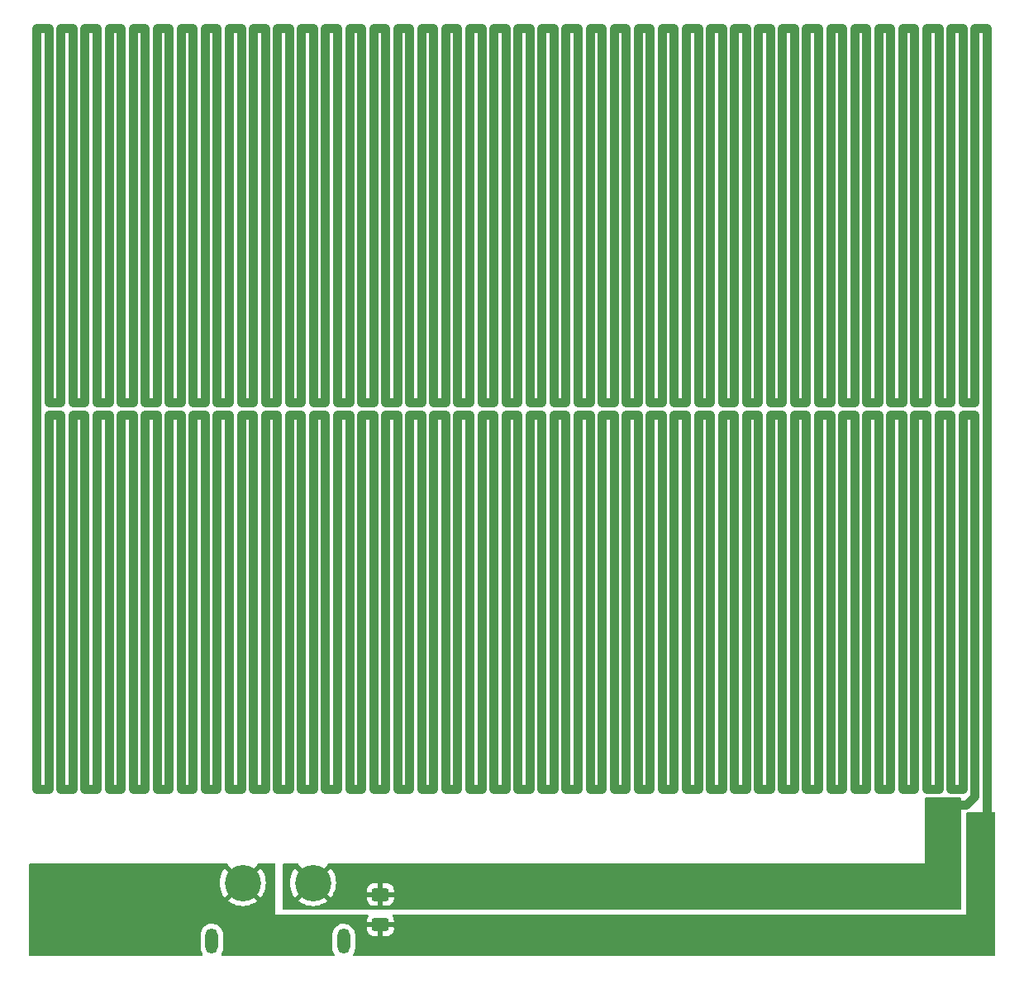
<source format=gbr>
%TF.GenerationSoftware,KiCad,Pcbnew,(6.0.4)*%
%TF.CreationDate,2022-12-15T09:53:27-05:00*%
%TF.ProjectId,HPheater,48506865-6174-4657-922e-6b696361645f,rev?*%
%TF.SameCoordinates,Original*%
%TF.FileFunction,Copper,L1,Top*%
%TF.FilePolarity,Positive*%
%FSLAX46Y46*%
G04 Gerber Fmt 4.6, Leading zero omitted, Abs format (unit mm)*
G04 Created by KiCad (PCBNEW (6.0.4)) date 2022-12-15 09:53:27*
%MOMM*%
%LPD*%
G01*
G04 APERTURE LIST*
G04 Aperture macros list*
%AMRoundRect*
0 Rectangle with rounded corners*
0 $1 Rounding radius*
0 $2 $3 $4 $5 $6 $7 $8 $9 X,Y pos of 4 corners*
0 Add a 4 corners polygon primitive as box body*
4,1,4,$2,$3,$4,$5,$6,$7,$8,$9,$2,$3,0*
0 Add four circle primitives for the rounded corners*
1,1,$1+$1,$2,$3*
1,1,$1+$1,$4,$5*
1,1,$1+$1,$6,$7*
1,1,$1+$1,$8,$9*
0 Add four rect primitives between the rounded corners*
20,1,$1+$1,$2,$3,$4,$5,0*
20,1,$1+$1,$4,$5,$6,$7,0*
20,1,$1+$1,$6,$7,$8,$9,0*
20,1,$1+$1,$8,$9,$2,$3,0*%
G04 Aperture macros list end*
%TA.AperFunction,ComponentPad*%
%ADD10C,3.716000*%
%TD*%
%TA.AperFunction,ComponentPad*%
%ADD11O,1.300000X2.600000*%
%TD*%
%TA.AperFunction,SMDPad,CuDef*%
%ADD12RoundRect,0.250000X0.625000X-0.400000X0.625000X0.400000X-0.625000X0.400000X-0.625000X-0.400000X0*%
%TD*%
%TA.AperFunction,Conductor*%
%ADD13C,0.949000*%
%TD*%
G04 APERTURE END LIST*
D10*
%TO.P,J1,1,Pin_1*%
%TO.N,Net-(J1-Pad1)*%
X191397500Y-111000000D03*
%TO.P,J1,2,Pin_2*%
%TO.N,Net-(J1-Pad2)*%
X198597500Y-111000000D03*
D11*
%TO.P,J1,S1*%
%TO.N,N/C*%
X188247500Y-117000000D03*
%TO.P,J1,S2*%
X201747500Y-117000000D03*
%TD*%
D12*
%TO.P,R1,1*%
%TO.N,Net-(J1-Pad1)*%
X205500000Y-115300000D03*
%TO.P,R1,2*%
%TO.N,Net-(J1-Pad2)*%
X205500000Y-112200000D03*
%TD*%
D13*
%TO.N,Net-(J1-Pad1)*%
X218325000Y-61759000D02*
X218325000Y-23375000D01*
X231877000Y-23375000D02*
X231877000Y-61759000D01*
X225717000Y-101375000D02*
X225717000Y-62991000D01*
X181365001Y-62991000D02*
X182597000Y-62991000D01*
X219557000Y-23375000D02*
X219557000Y-61759000D01*
X198613000Y-101375000D02*
X198613000Y-62991000D01*
X261445000Y-61759000D02*
X260213000Y-61759000D01*
X223253000Y-101375000D02*
X223253000Y-62991000D01*
X236805000Y-61759000D02*
X235573000Y-61759000D01*
X180133001Y-23375000D02*
X180133001Y-61759000D01*
X240501000Y-101375000D02*
X240501000Y-62991000D01*
X194917001Y-23375000D02*
X194917001Y-61759000D01*
X209701000Y-101375000D02*
X210933000Y-101375000D01*
X234341000Y-101375000D02*
X235573000Y-101375000D01*
X244197000Y-101375000D02*
X245429000Y-101375000D01*
X220789000Y-61759000D02*
X220789000Y-23375000D01*
X233109000Y-101375000D02*
X233109000Y-62991000D01*
X234341000Y-62991000D02*
X234341000Y-101375000D01*
X229413000Y-61759000D02*
X228181000Y-61759000D01*
X172741001Y-101375000D02*
X173973000Y-101375000D01*
X177669001Y-61759000D02*
X176437001Y-61759000D01*
X263909000Y-62991000D02*
X263909000Y-101375000D01*
X193685000Y-62991000D02*
X194917000Y-62991000D01*
X233109000Y-61759000D02*
X233109000Y-23375000D01*
X192453001Y-23375000D02*
X192453001Y-61759000D01*
X202309000Y-101375000D02*
X203541000Y-101375000D01*
X235573000Y-23375000D02*
X234341000Y-23375000D01*
X209701000Y-61759000D02*
X208469000Y-61759000D01*
X209701000Y-23375000D02*
X209701000Y-61759000D01*
X177669001Y-101375000D02*
X178901001Y-101375000D01*
X197381000Y-62991000D02*
X197381000Y-101375000D01*
X250357000Y-101375000D02*
X250357000Y-62991000D01*
X173973001Y-61759000D02*
X173973001Y-23375000D01*
X255285000Y-101375000D02*
X255285000Y-62991000D01*
X178901001Y-61759000D02*
X178901001Y-23375000D01*
X194917000Y-101375000D02*
X196149000Y-101375000D01*
X219557000Y-101375000D02*
X220789000Y-101375000D01*
X239269000Y-23375000D02*
X239269000Y-61759000D01*
X251589000Y-62991000D02*
X251589000Y-101375000D01*
X249125000Y-62991000D02*
X249125000Y-101375000D01*
X223253000Y-62991000D02*
X224485000Y-62991000D01*
X236805000Y-23375000D02*
X236805000Y-61759000D01*
X193685001Y-23375000D02*
X192453001Y-23375000D01*
X218325000Y-62991000D02*
X219557000Y-62991000D01*
X192453000Y-62991000D02*
X192453000Y-101375000D01*
X219557000Y-62991000D02*
X219557000Y-101375000D01*
X187525001Y-23375000D02*
X187525001Y-61759000D01*
X182597000Y-101375000D02*
X183829000Y-101375000D01*
X236805000Y-62991000D02*
X236805000Y-101375000D01*
X207237000Y-62991000D02*
X207237000Y-101375000D01*
X203541000Y-61759000D02*
X203541000Y-23375000D01*
X265141000Y-62991000D02*
X266373000Y-62991000D01*
X187525000Y-62991000D02*
X187525000Y-101375000D01*
X257749000Y-23375000D02*
X256517000Y-23375000D01*
X212165000Y-61759000D02*
X210933000Y-61759000D01*
X201077000Y-61759000D02*
X201077000Y-23375000D01*
X199845000Y-101375000D02*
X201077000Y-101375000D01*
X189989000Y-101375000D02*
X191221000Y-101375000D01*
X180133001Y-61759000D02*
X178901001Y-61759000D01*
X208469000Y-62991000D02*
X209701000Y-62991000D01*
X212165000Y-62991000D02*
X212165000Y-101375000D01*
X176437001Y-23375000D02*
X175205001Y-23375000D01*
X263909000Y-101375000D02*
X265141000Y-101375000D01*
X228181000Y-62991000D02*
X229413000Y-62991000D01*
X191221000Y-62991000D02*
X192453000Y-62991000D01*
X188757000Y-62991000D02*
X189989000Y-62991000D01*
X187525001Y-61759000D02*
X186293001Y-61759000D01*
X265141000Y-61759000D02*
X265141000Y-23375000D01*
X176437001Y-62991000D02*
X177669001Y-62991000D01*
X238037000Y-23375000D02*
X236805000Y-23375000D01*
X246661000Y-23375000D02*
X246661000Y-61759000D01*
X247893000Y-101375000D02*
X247893000Y-62991000D01*
X172741001Y-61759000D02*
X171509001Y-61759000D01*
X189989001Y-61759000D02*
X188757001Y-61759000D01*
X258981000Y-101375000D02*
X260213000Y-101375000D01*
X249125000Y-61759000D02*
X247893000Y-61759000D01*
X224485000Y-62991000D02*
X224485000Y-101375000D01*
X203541000Y-62991000D02*
X204773000Y-62991000D01*
X260213000Y-61759000D02*
X260213000Y-23375000D01*
X170277001Y-23375000D02*
X170277001Y-101375000D01*
X215861000Y-101375000D02*
X215861000Y-62991000D01*
X235573000Y-101375000D02*
X235573000Y-62991000D01*
X256517000Y-62991000D02*
X256517000Y-101375000D01*
X173973001Y-23375000D02*
X172741001Y-23375000D01*
X176437001Y-61759000D02*
X176437001Y-23375000D01*
X217093000Y-62991000D02*
X217093000Y-101375000D01*
X245429000Y-61759000D02*
X245429000Y-23375000D01*
X222021000Y-62991000D02*
X222021000Y-101375000D01*
X223253000Y-23375000D02*
X222021000Y-23375000D01*
X230645000Y-101375000D02*
X230645000Y-62991000D01*
X251589000Y-23375000D02*
X251589000Y-61759000D01*
X181365001Y-61759000D02*
X181365001Y-23375000D01*
X188757001Y-23375000D02*
X187525001Y-23375000D01*
X207237000Y-101375000D02*
X208469000Y-101375000D01*
X226949000Y-101375000D02*
X228181000Y-101375000D01*
X228181000Y-61759000D02*
X228181000Y-23375000D01*
X256517000Y-101375000D02*
X257749000Y-101375000D01*
X235573000Y-61759000D02*
X235573000Y-23375000D01*
X171509001Y-62991000D02*
X172741001Y-62991000D01*
X252821000Y-101375000D02*
X252821000Y-62991000D01*
X206005000Y-62991000D02*
X207237000Y-62991000D01*
X249125000Y-101375000D02*
X250357000Y-101375000D01*
X215861000Y-62991000D02*
X217093000Y-62991000D01*
X177669001Y-62991000D02*
X177669001Y-101375000D01*
X214629000Y-101375000D02*
X215861000Y-101375000D01*
X204773000Y-101375000D02*
X206005000Y-101375000D01*
X191221000Y-101375000D02*
X191221000Y-62991000D01*
X236805000Y-101375000D02*
X238037000Y-101375000D01*
X252821000Y-23375000D02*
X251589000Y-23375000D01*
X214629000Y-23375000D02*
X214629000Y-61759000D01*
X172741001Y-62991000D02*
X172741001Y-101375000D01*
X255285000Y-61759000D02*
X255285000Y-23375000D01*
X240501000Y-61759000D02*
X240501000Y-23375000D01*
X265141000Y-23375000D02*
X263909000Y-23375000D01*
X214629000Y-62991000D02*
X214629000Y-101375000D01*
X233109000Y-62991000D02*
X234341000Y-62991000D01*
X220789000Y-23375000D02*
X219557000Y-23375000D01*
X257749000Y-61759000D02*
X257749000Y-23375000D01*
X242965000Y-101375000D02*
X242965000Y-62991000D01*
X245429000Y-23375000D02*
X244197000Y-23375000D01*
X206005000Y-23375000D02*
X204773000Y-23375000D01*
X240501000Y-62991000D02*
X241733000Y-62991000D01*
X241733000Y-101375000D02*
X242965000Y-101375000D01*
X194917000Y-62991000D02*
X194917000Y-101375000D01*
X196149000Y-101375000D02*
X196149000Y-62991000D01*
X187525000Y-101375000D02*
X188757000Y-101375000D01*
X182597001Y-61759000D02*
X181365001Y-61759000D01*
X202309000Y-23375000D02*
X202309000Y-61759000D01*
X228181000Y-101375000D02*
X228181000Y-62991000D01*
X258981000Y-61759000D02*
X257749000Y-61759000D01*
X225717000Y-62991000D02*
X226949000Y-62991000D01*
X245429000Y-62991000D02*
X246661000Y-62991000D01*
X188757000Y-101375000D02*
X188757000Y-62991000D01*
X239269000Y-61759000D02*
X238037000Y-61759000D01*
X257749000Y-62991000D02*
X258981000Y-62991000D01*
X263909000Y-61759000D02*
X262677000Y-61759000D01*
X262677000Y-23375000D02*
X261445000Y-23375000D01*
X229413000Y-62991000D02*
X229413000Y-101375000D01*
X210933000Y-101375000D02*
X210933000Y-62991000D01*
X208469000Y-61759000D02*
X208469000Y-23375000D01*
X186293001Y-61759000D02*
X186293001Y-23375000D01*
X239269000Y-101375000D02*
X240501000Y-101375000D01*
X199845000Y-62991000D02*
X199845000Y-101375000D01*
X177669001Y-23375000D02*
X177669001Y-61759000D01*
X250357000Y-62991000D02*
X251589000Y-62991000D01*
X217093000Y-101375000D02*
X218325000Y-101375000D01*
X207237000Y-61759000D02*
X206005000Y-61759000D01*
X189989000Y-62991000D02*
X189989000Y-101375000D01*
X202309000Y-62991000D02*
X202309000Y-101375000D01*
X230645000Y-62991000D02*
X231877000Y-62991000D01*
X256517000Y-61759000D02*
X255285000Y-61759000D01*
X223253000Y-61759000D02*
X223253000Y-23375000D01*
X218325000Y-23375000D02*
X217093000Y-23375000D01*
X241733000Y-62991000D02*
X241733000Y-101375000D01*
X172741001Y-23375000D02*
X172741001Y-61759000D01*
X230645000Y-61759000D02*
X230645000Y-23375000D01*
X261445000Y-101375000D02*
X262677000Y-101375000D01*
X266373000Y-61759000D02*
X265141000Y-61759000D01*
X233109000Y-23375000D02*
X231877000Y-23375000D01*
X219557000Y-61759000D02*
X218325000Y-61759000D01*
X203541000Y-101375000D02*
X203541000Y-62991000D01*
X203541000Y-23375000D02*
X202309000Y-23375000D01*
X183829001Y-61759000D02*
X183829001Y-23375000D01*
X208469000Y-23375000D02*
X207237000Y-23375000D01*
X229413000Y-23375000D02*
X229413000Y-61759000D01*
X214629000Y-61759000D02*
X213397000Y-61759000D01*
X260213000Y-101375000D02*
X260213000Y-62991000D01*
X186293000Y-101375000D02*
X186293000Y-62991000D01*
X258981000Y-62991000D02*
X258981000Y-101375000D01*
X220789000Y-101375000D02*
X220789000Y-62991000D01*
X254053000Y-61759000D02*
X252821000Y-61759000D01*
X204773000Y-62991000D02*
X204773000Y-101375000D01*
X171509001Y-101375000D02*
X171509001Y-62991000D01*
X173973000Y-62991000D02*
X175205001Y-62991000D01*
X267605000Y-104395000D02*
X267605000Y-23375000D01*
X244197000Y-62991000D02*
X244197000Y-101375000D01*
X192453000Y-101375000D02*
X193685000Y-101375000D01*
X240501000Y-23375000D02*
X239269000Y-23375000D01*
X201077000Y-101375000D02*
X201077000Y-62991000D01*
X246661000Y-61759000D02*
X245429000Y-61759000D01*
X182597000Y-62991000D02*
X182597000Y-101375000D01*
X262677000Y-61759000D02*
X262677000Y-23375000D01*
X185061000Y-101375000D02*
X186293000Y-101375000D01*
X222021000Y-23375000D02*
X222021000Y-61759000D01*
X267605000Y-23375000D02*
X266373000Y-23375000D01*
X229413000Y-101375000D02*
X230645000Y-101375000D01*
X217093000Y-23375000D02*
X217093000Y-61759000D01*
X175205001Y-101375000D02*
X176437001Y-101375000D01*
X202309000Y-61759000D02*
X201077000Y-61759000D01*
X173973000Y-101375000D02*
X173973000Y-62991000D01*
X262677000Y-62991000D02*
X263909000Y-62991000D01*
X251589000Y-101375000D02*
X252821000Y-101375000D01*
X234341000Y-23375000D02*
X234341000Y-61759000D01*
X181365001Y-23375000D02*
X180133001Y-23375000D01*
X238037000Y-101375000D02*
X238037000Y-62991000D01*
X183829000Y-62991000D02*
X185061000Y-62991000D01*
X260213000Y-23375000D02*
X258981000Y-23375000D01*
X180133001Y-101375000D02*
X181365001Y-101375000D01*
X242965000Y-61759000D02*
X242965000Y-23375000D01*
X198613000Y-62991000D02*
X199845000Y-62991000D01*
X255285000Y-62991000D02*
X256517000Y-62991000D01*
X171509001Y-61759000D02*
X171509001Y-23375000D01*
X224485000Y-23375000D02*
X224485000Y-61759000D01*
X210933000Y-23375000D02*
X209701000Y-23375000D01*
X175205001Y-23375000D02*
X175205001Y-61759000D01*
X266373000Y-102127000D02*
X265500000Y-103000000D01*
X212165000Y-101375000D02*
X213397000Y-101375000D01*
X198613001Y-61759000D02*
X198613001Y-23375000D01*
X258981000Y-23375000D02*
X258981000Y-61759000D01*
X245429000Y-101375000D02*
X245429000Y-62991000D01*
X247893000Y-62991000D02*
X249125000Y-62991000D01*
X199845000Y-23375000D02*
X199845000Y-61759000D01*
X201077000Y-62991000D02*
X202309000Y-62991000D01*
X180133001Y-62991000D02*
X180133001Y-101375000D01*
X262677000Y-101375000D02*
X262677000Y-62991000D01*
X175205001Y-61759000D02*
X173973001Y-61759000D01*
X213397000Y-101375000D02*
X213397000Y-62991000D01*
X231877000Y-101375000D02*
X233109000Y-101375000D01*
X246661000Y-62991000D02*
X246661000Y-101375000D01*
X207237000Y-23375000D02*
X207237000Y-61759000D01*
X257749000Y-101375000D02*
X257749000Y-62991000D01*
X247893000Y-23375000D02*
X246661000Y-23375000D01*
X196149000Y-62991000D02*
X197381000Y-62991000D01*
X244197000Y-23375000D02*
X244197000Y-61759000D01*
X222021000Y-61759000D02*
X220789000Y-61759000D01*
X197381000Y-101375000D02*
X198613000Y-101375000D01*
X185061001Y-61759000D02*
X183829001Y-61759000D01*
X226949000Y-62991000D02*
X226949000Y-101375000D01*
X189989001Y-23375000D02*
X189989001Y-61759000D01*
X192453001Y-61759000D02*
X191221001Y-61759000D01*
X197381001Y-23375000D02*
X197381001Y-61759000D01*
X199845000Y-61759000D02*
X198613001Y-61759000D01*
X254053000Y-23375000D02*
X254053000Y-61759000D01*
X260213000Y-62991000D02*
X261445000Y-62991000D01*
X226949000Y-61759000D02*
X225717000Y-61759000D01*
X242965000Y-62991000D02*
X244197000Y-62991000D01*
X247893000Y-61759000D02*
X247893000Y-23375000D01*
X178901001Y-23375000D02*
X177669001Y-23375000D01*
X213397000Y-23375000D02*
X212165000Y-23375000D01*
X217093000Y-61759000D02*
X215861000Y-61759000D01*
X254053000Y-62991000D02*
X254053000Y-101375000D01*
X194917001Y-61759000D02*
X193685001Y-61759000D01*
X241733000Y-23375000D02*
X241733000Y-61759000D01*
X191221001Y-61759000D02*
X191221001Y-23375000D01*
X265500000Y-103000000D02*
X264000000Y-103000000D01*
X244197000Y-61759000D02*
X242965000Y-61759000D01*
X220789000Y-62991000D02*
X222021000Y-62991000D01*
X228181000Y-23375000D02*
X226949000Y-23375000D01*
X252821000Y-62991000D02*
X254053000Y-62991000D01*
X250357000Y-61759000D02*
X250357000Y-23375000D01*
X252821000Y-61759000D02*
X252821000Y-23375000D01*
X183829000Y-101375000D02*
X183829000Y-62991000D01*
X198613001Y-23375000D02*
X197381001Y-23375000D01*
X256517000Y-23375000D02*
X256517000Y-61759000D01*
X225717000Y-23375000D02*
X224485000Y-23375000D01*
X206005000Y-61759000D02*
X206005000Y-23375000D01*
X254053000Y-101375000D02*
X255285000Y-101375000D01*
X176437001Y-101375000D02*
X176437001Y-62991000D01*
X170277001Y-101375000D02*
X171509001Y-101375000D01*
X231877000Y-62991000D02*
X231877000Y-101375000D01*
X234341000Y-61759000D02*
X233109000Y-61759000D01*
X178901001Y-101375000D02*
X178901001Y-62991000D01*
X175205001Y-62991000D02*
X175205001Y-101375000D01*
X209701000Y-62991000D02*
X209701000Y-101375000D01*
X210933000Y-62991000D02*
X212165000Y-62991000D01*
X183829001Y-23375000D02*
X182597001Y-23375000D01*
X210933000Y-61759000D02*
X210933000Y-23375000D01*
X222021000Y-101375000D02*
X223253000Y-101375000D01*
X181365001Y-101375000D02*
X181365001Y-62991000D01*
X265141000Y-101375000D02*
X265141000Y-62991000D01*
X185061001Y-23375000D02*
X185061001Y-61759000D01*
X186293000Y-62991000D02*
X187525000Y-62991000D01*
X204773000Y-23375000D02*
X204773000Y-61759000D01*
X186293001Y-23375000D02*
X185061001Y-23375000D01*
X266373000Y-23375000D02*
X266373000Y-61759000D01*
X193685000Y-101375000D02*
X193685000Y-62991000D01*
X241733000Y-61759000D02*
X240501000Y-61759000D01*
X213397000Y-62991000D02*
X214629000Y-62991000D01*
X224485000Y-61759000D02*
X223253000Y-61759000D01*
X263909000Y-23375000D02*
X263909000Y-61759000D01*
X226949000Y-23375000D02*
X226949000Y-61759000D01*
X178901001Y-62991000D02*
X180133001Y-62991000D01*
X201077000Y-23375000D02*
X199845000Y-23375000D01*
X250357000Y-23375000D02*
X249125000Y-23375000D01*
X197381001Y-61759000D02*
X196149001Y-61759000D01*
X230645000Y-23375000D02*
X229413000Y-23375000D01*
X218325000Y-101375000D02*
X218325000Y-62991000D01*
X255285000Y-23375000D02*
X254053000Y-23375000D01*
X231877000Y-61759000D02*
X230645000Y-61759000D01*
X242965000Y-23375000D02*
X241733000Y-23375000D01*
X193685001Y-61759000D02*
X193685001Y-23375000D01*
X239269000Y-62991000D02*
X239269000Y-101375000D01*
X235573000Y-62991000D02*
X236805000Y-62991000D01*
X196149001Y-23375000D02*
X194917001Y-23375000D01*
X212165000Y-23375000D02*
X212165000Y-61759000D01*
X196149001Y-61759000D02*
X196149001Y-23375000D01*
X191221001Y-23375000D02*
X189989001Y-23375000D01*
X251589000Y-61759000D02*
X250357000Y-61759000D01*
X215861000Y-23375000D02*
X214629000Y-23375000D01*
X204773000Y-61759000D02*
X203541000Y-61759000D01*
X249125000Y-23375000D02*
X249125000Y-61759000D01*
X225717000Y-61759000D02*
X225717000Y-23375000D01*
X261445000Y-62991000D02*
X261445000Y-101375000D01*
X266373000Y-62991000D02*
X266373000Y-102127000D01*
X206005000Y-101375000D02*
X206005000Y-62991000D01*
X213397000Y-61759000D02*
X213397000Y-23375000D01*
X238037000Y-62991000D02*
X239269000Y-62991000D01*
X215861000Y-61759000D02*
X215861000Y-23375000D01*
X182597001Y-23375000D02*
X182597001Y-61759000D01*
X246661000Y-101375000D02*
X247893000Y-101375000D01*
X224485000Y-101375000D02*
X225717000Y-101375000D01*
X185061000Y-62991000D02*
X185061000Y-101375000D01*
X208469000Y-101375000D02*
X208469000Y-62991000D01*
X238037000Y-61759000D02*
X238037000Y-23375000D01*
X171509001Y-23375000D02*
X170277001Y-23375000D01*
X188757001Y-61759000D02*
X188757001Y-23375000D01*
X261445000Y-23375000D02*
X261445000Y-61759000D01*
%TD*%
%TA.AperFunction,Conductor*%
%TO.N,Net-(J1-Pad2)*%
G36*
X264942121Y-102270002D02*
G01*
X264988614Y-102323658D01*
X265000000Y-102376000D01*
X265000000Y-109250000D01*
X261250000Y-109250000D01*
X261250000Y-102376000D01*
X261270002Y-102307879D01*
X261323658Y-102261386D01*
X261376000Y-102250000D01*
X264874000Y-102250000D01*
X264942121Y-102270002D01*
G37*
%TD.AperFunction*%
%TD*%
%TA.AperFunction,Conductor*%
%TO.N,Net-(J1-Pad2)*%
G36*
X265000000Y-113624000D02*
G01*
X264979998Y-113692121D01*
X264926342Y-113738614D01*
X264874000Y-113750000D01*
X195626000Y-113750000D01*
X195557879Y-113729998D01*
X195511386Y-113676342D01*
X195500000Y-113624000D01*
X195500000Y-112845387D01*
X197117570Y-112845387D01*
X197124028Y-112854747D01*
X197150988Y-112878391D01*
X197157503Y-112883389D01*
X197408528Y-113051119D01*
X197415665Y-113055240D01*
X197686430Y-113188766D01*
X197694034Y-113191916D01*
X197979913Y-113288959D01*
X197987865Y-113291090D01*
X198283969Y-113349988D01*
X198292127Y-113351062D01*
X198593381Y-113370807D01*
X198601619Y-113370807D01*
X198902873Y-113351062D01*
X198911031Y-113349988D01*
X199207135Y-113291090D01*
X199215087Y-113288959D01*
X199500966Y-113191916D01*
X199508570Y-113188766D01*
X199779335Y-113055240D01*
X199786472Y-113051119D01*
X200037497Y-112883389D01*
X200044012Y-112878391D01*
X200069109Y-112856381D01*
X200077504Y-112843146D01*
X200071669Y-112833379D01*
X199885385Y-112647095D01*
X204117001Y-112647095D01*
X204117338Y-112653614D01*
X204127257Y-112749206D01*
X204130149Y-112762600D01*
X204181588Y-112916784D01*
X204187761Y-112929962D01*
X204273063Y-113067807D01*
X204282099Y-113079208D01*
X204396829Y-113193739D01*
X204408240Y-113202751D01*
X204546243Y-113287816D01*
X204559424Y-113293963D01*
X204713710Y-113345138D01*
X204727086Y-113348005D01*
X204821438Y-113357672D01*
X204827854Y-113358000D01*
X205227885Y-113358000D01*
X205243124Y-113353525D01*
X205244329Y-113352135D01*
X205246000Y-113344452D01*
X205246000Y-113339884D01*
X205754000Y-113339884D01*
X205758475Y-113355123D01*
X205759865Y-113356328D01*
X205767548Y-113357999D01*
X206172095Y-113357999D01*
X206178614Y-113357662D01*
X206274206Y-113347743D01*
X206287600Y-113344851D01*
X206441784Y-113293412D01*
X206454962Y-113287239D01*
X206592807Y-113201937D01*
X206604208Y-113192901D01*
X206718739Y-113078171D01*
X206727751Y-113066760D01*
X206812816Y-112928757D01*
X206818963Y-112915576D01*
X206870138Y-112761290D01*
X206873005Y-112747914D01*
X206882672Y-112653562D01*
X206883000Y-112647146D01*
X206883000Y-112472115D01*
X206878525Y-112456876D01*
X206877135Y-112455671D01*
X206869452Y-112454000D01*
X205772115Y-112454000D01*
X205756876Y-112458475D01*
X205755671Y-112459865D01*
X205754000Y-112467548D01*
X205754000Y-113339884D01*
X205246000Y-113339884D01*
X205246000Y-112472115D01*
X205241525Y-112456876D01*
X205240135Y-112455671D01*
X205232452Y-112454000D01*
X204135116Y-112454000D01*
X204119877Y-112458475D01*
X204118672Y-112459865D01*
X204117001Y-112467548D01*
X204117001Y-112647095D01*
X199885385Y-112647095D01*
X198610312Y-111372022D01*
X198596368Y-111364408D01*
X198594535Y-111364539D01*
X198587920Y-111368790D01*
X197125084Y-112831626D01*
X197117570Y-112845387D01*
X195500000Y-112845387D01*
X195500000Y-111004119D01*
X196226693Y-111004119D01*
X196246438Y-111305373D01*
X196247512Y-111313531D01*
X196306410Y-111609635D01*
X196308541Y-111617587D01*
X196405581Y-111903457D01*
X196408736Y-111911076D01*
X196542261Y-112181835D01*
X196546382Y-112188973D01*
X196714111Y-112439997D01*
X196719109Y-112446512D01*
X196741119Y-112471609D01*
X196754354Y-112480004D01*
X196764121Y-112474169D01*
X198225478Y-111012812D01*
X198231856Y-111001132D01*
X198961908Y-111001132D01*
X198962039Y-111002965D01*
X198966290Y-111009580D01*
X200429126Y-112472416D01*
X200442887Y-112479930D01*
X200452247Y-112473472D01*
X200475891Y-112446512D01*
X200480889Y-112439997D01*
X200648618Y-112188973D01*
X200652739Y-112181835D01*
X200777975Y-111927885D01*
X204117000Y-111927885D01*
X204121475Y-111943124D01*
X204122865Y-111944329D01*
X204130548Y-111946000D01*
X205227885Y-111946000D01*
X205243124Y-111941525D01*
X205244329Y-111940135D01*
X205246000Y-111932452D01*
X205246000Y-111927885D01*
X205754000Y-111927885D01*
X205758475Y-111943124D01*
X205759865Y-111944329D01*
X205767548Y-111946000D01*
X206864884Y-111946000D01*
X206880123Y-111941525D01*
X206881328Y-111940135D01*
X206882999Y-111932452D01*
X206882999Y-111752905D01*
X206882662Y-111746386D01*
X206872743Y-111650794D01*
X206869851Y-111637400D01*
X206818412Y-111483216D01*
X206812239Y-111470038D01*
X206726937Y-111332193D01*
X206717901Y-111320792D01*
X206603171Y-111206261D01*
X206591760Y-111197249D01*
X206453757Y-111112184D01*
X206440576Y-111106037D01*
X206286290Y-111054862D01*
X206272914Y-111051995D01*
X206178562Y-111042328D01*
X206172145Y-111042000D01*
X205772115Y-111042000D01*
X205756876Y-111046475D01*
X205755671Y-111047865D01*
X205754000Y-111055548D01*
X205754000Y-111927885D01*
X205246000Y-111927885D01*
X205246000Y-111060116D01*
X205241525Y-111044877D01*
X205240135Y-111043672D01*
X205232452Y-111042001D01*
X204827905Y-111042001D01*
X204821386Y-111042338D01*
X204725794Y-111052257D01*
X204712400Y-111055149D01*
X204558216Y-111106588D01*
X204545038Y-111112761D01*
X204407193Y-111198063D01*
X204395792Y-111207099D01*
X204281261Y-111321829D01*
X204272249Y-111333240D01*
X204187184Y-111471243D01*
X204181037Y-111484424D01*
X204129862Y-111638710D01*
X204126995Y-111652086D01*
X204117328Y-111746438D01*
X204117000Y-111752855D01*
X204117000Y-111927885D01*
X200777975Y-111927885D01*
X200786264Y-111911076D01*
X200789419Y-111903457D01*
X200886459Y-111617587D01*
X200888590Y-111609635D01*
X200947488Y-111313531D01*
X200948562Y-111305373D01*
X200968307Y-111004119D01*
X200968307Y-110995881D01*
X200948562Y-110694627D01*
X200947488Y-110686469D01*
X200888590Y-110390365D01*
X200886459Y-110382413D01*
X200789419Y-110096543D01*
X200786264Y-110088924D01*
X200652739Y-109818165D01*
X200648618Y-109811027D01*
X200480889Y-109560003D01*
X200475891Y-109553488D01*
X200453881Y-109528391D01*
X200440646Y-109519996D01*
X200430879Y-109525831D01*
X198969522Y-110987188D01*
X198961908Y-111001132D01*
X198231856Y-111001132D01*
X198233092Y-110998868D01*
X198232961Y-110997035D01*
X198228710Y-110990420D01*
X196765874Y-109527584D01*
X196752113Y-109520070D01*
X196742753Y-109526528D01*
X196719109Y-109553488D01*
X196714111Y-109560003D01*
X196546382Y-109811027D01*
X196542261Y-109818165D01*
X196408736Y-110088924D01*
X196405581Y-110096543D01*
X196308541Y-110382413D01*
X196306410Y-110390365D01*
X196247512Y-110686469D01*
X196246438Y-110694627D01*
X196226693Y-110995881D01*
X196226693Y-111004119D01*
X195500000Y-111004119D01*
X195500000Y-109134500D01*
X195520002Y-109066379D01*
X195573658Y-109019886D01*
X195626000Y-109008500D01*
X196991249Y-109008500D01*
X197059370Y-109028502D01*
X197105863Y-109082158D01*
X197117247Y-109133752D01*
X197117383Y-109156664D01*
X197123331Y-109166621D01*
X198584688Y-110627978D01*
X198598632Y-110635592D01*
X198600465Y-110635461D01*
X198607080Y-110631210D01*
X200069916Y-109168374D01*
X200077531Y-109154430D01*
X200076748Y-109143489D01*
X200091839Y-109074115D01*
X200142041Y-109023913D01*
X200202427Y-109008500D01*
X258946750Y-109008500D01*
X258967655Y-109010246D01*
X258982656Y-109012770D01*
X258982659Y-109012770D01*
X258987448Y-109013576D01*
X258993525Y-109013650D01*
X258995135Y-109013670D01*
X258995139Y-109013670D01*
X259000000Y-109013729D01*
X259006463Y-109012804D01*
X259015721Y-109011826D01*
X259151794Y-109002518D01*
X259184309Y-109000294D01*
X259192907Y-109000000D01*
X265000000Y-109000000D01*
X265000000Y-113624000D01*
G37*
%TD.AperFunction*%
%TD*%
%TA.AperFunction,Conductor*%
%TO.N,Net-(J1-Pad1)*%
G36*
X189859370Y-109028502D02*
G01*
X189905863Y-109082158D01*
X189917247Y-109133752D01*
X189917383Y-109156664D01*
X189923331Y-109166621D01*
X191384688Y-110627978D01*
X191398632Y-110635592D01*
X191400465Y-110635461D01*
X191407080Y-110631210D01*
X192869916Y-109168374D01*
X192877531Y-109154430D01*
X192876748Y-109143489D01*
X192891839Y-109074115D01*
X192942041Y-109023913D01*
X193002427Y-109008500D01*
X194624000Y-109008500D01*
X194692121Y-109028502D01*
X194738614Y-109082158D01*
X194750000Y-109134500D01*
X194750000Y-118491500D01*
X189319195Y-118491500D01*
X189251074Y-118471498D01*
X189204581Y-118417842D01*
X189194477Y-118347568D01*
X189217575Y-118293722D01*
X189216539Y-118293049D01*
X189219686Y-118288203D01*
X189223262Y-118283667D01*
X189239541Y-118252727D01*
X189319707Y-118100356D01*
X189322400Y-118095238D01*
X189331185Y-118066948D01*
X189383824Y-117897421D01*
X189385539Y-117891898D01*
X189406000Y-117719018D01*
X189406000Y-116295987D01*
X189391481Y-116137976D01*
X189333686Y-115933052D01*
X189239515Y-115742092D01*
X189112122Y-115571491D01*
X188955771Y-115426963D01*
X188775701Y-115313347D01*
X188577941Y-115234449D01*
X188572281Y-115233323D01*
X188572277Y-115233322D01*
X188374782Y-115194038D01*
X188374780Y-115194038D01*
X188369115Y-115192911D01*
X188363340Y-115192835D01*
X188363336Y-115192835D01*
X188256661Y-115191439D01*
X188156216Y-115190124D01*
X188150519Y-115191103D01*
X188150518Y-115191103D01*
X187952064Y-115225203D01*
X187952061Y-115225204D01*
X187946374Y-115226181D01*
X187746616Y-115299875D01*
X187563634Y-115408739D01*
X187403554Y-115549125D01*
X187271738Y-115716333D01*
X187269049Y-115721444D01*
X187269047Y-115721447D01*
X187214585Y-115824961D01*
X187172600Y-115904762D01*
X187170886Y-115910283D01*
X187170884Y-115910287D01*
X187117994Y-116080623D01*
X187109461Y-116108102D01*
X187089000Y-116280982D01*
X187089000Y-117704013D01*
X187103519Y-117862024D01*
X187161314Y-118066948D01*
X187255485Y-118257908D01*
X187258939Y-118262534D01*
X187258940Y-118262535D01*
X187279532Y-118290111D01*
X187304264Y-118356661D01*
X187289089Y-118426017D01*
X187238827Y-118476159D01*
X187178574Y-118491500D01*
X169634500Y-118491500D01*
X169566379Y-118471498D01*
X169519886Y-118417842D01*
X169508500Y-118365500D01*
X169508500Y-112845387D01*
X189917570Y-112845387D01*
X189924028Y-112854747D01*
X189950988Y-112878391D01*
X189957503Y-112883389D01*
X190208528Y-113051119D01*
X190215665Y-113055240D01*
X190486430Y-113188766D01*
X190494034Y-113191916D01*
X190779913Y-113288959D01*
X190787865Y-113291090D01*
X191083969Y-113349988D01*
X191092127Y-113351062D01*
X191393381Y-113370807D01*
X191401619Y-113370807D01*
X191702873Y-113351062D01*
X191711031Y-113349988D01*
X192007135Y-113291090D01*
X192015087Y-113288959D01*
X192300966Y-113191916D01*
X192308570Y-113188766D01*
X192579335Y-113055240D01*
X192586472Y-113051119D01*
X192837497Y-112883389D01*
X192844012Y-112878391D01*
X192869109Y-112856381D01*
X192877504Y-112843146D01*
X192871669Y-112833379D01*
X191410312Y-111372022D01*
X191396368Y-111364408D01*
X191394535Y-111364539D01*
X191387920Y-111368790D01*
X189925084Y-112831626D01*
X189917570Y-112845387D01*
X169508500Y-112845387D01*
X169508500Y-111004119D01*
X189026693Y-111004119D01*
X189046438Y-111305373D01*
X189047512Y-111313531D01*
X189106410Y-111609635D01*
X189108541Y-111617587D01*
X189205581Y-111903457D01*
X189208736Y-111911076D01*
X189342261Y-112181835D01*
X189346382Y-112188973D01*
X189514111Y-112439997D01*
X189519109Y-112446512D01*
X189541119Y-112471609D01*
X189554354Y-112480004D01*
X189564121Y-112474169D01*
X191025478Y-111012812D01*
X191031856Y-111001132D01*
X191761908Y-111001132D01*
X191762039Y-111002965D01*
X191766290Y-111009580D01*
X193229126Y-112472416D01*
X193242887Y-112479930D01*
X193252247Y-112473472D01*
X193275891Y-112446512D01*
X193280889Y-112439997D01*
X193448618Y-112188973D01*
X193452739Y-112181835D01*
X193586264Y-111911076D01*
X193589419Y-111903457D01*
X193686459Y-111617587D01*
X193688590Y-111609635D01*
X193747488Y-111313531D01*
X193748562Y-111305373D01*
X193768307Y-111004119D01*
X193768307Y-110995881D01*
X193748562Y-110694627D01*
X193747488Y-110686469D01*
X193688590Y-110390365D01*
X193686459Y-110382413D01*
X193589419Y-110096543D01*
X193586264Y-110088924D01*
X193452739Y-109818165D01*
X193448618Y-109811027D01*
X193280889Y-109560003D01*
X193275891Y-109553488D01*
X193253881Y-109528391D01*
X193240646Y-109519996D01*
X193230879Y-109525831D01*
X191769522Y-110987188D01*
X191761908Y-111001132D01*
X191031856Y-111001132D01*
X191033092Y-110998868D01*
X191032961Y-110997035D01*
X191028710Y-110990420D01*
X189565874Y-109527584D01*
X189552113Y-109520070D01*
X189542753Y-109526528D01*
X189519109Y-109553488D01*
X189514111Y-109560003D01*
X189346382Y-109811027D01*
X189342261Y-109818165D01*
X189208736Y-110088924D01*
X189205581Y-110096543D01*
X189108541Y-110382413D01*
X189106410Y-110390365D01*
X189047512Y-110686469D01*
X189046438Y-110694627D01*
X189026693Y-110995881D01*
X189026693Y-111004119D01*
X169508500Y-111004119D01*
X169508500Y-109134500D01*
X169528502Y-109066379D01*
X169582158Y-109019886D01*
X169634500Y-109008500D01*
X189791249Y-109008500D01*
X189859370Y-109028502D01*
G37*
%TD.AperFunction*%
%TD*%
%TA.AperFunction,Conductor*%
%TO.N,Net-(J1-Pad1)*%
G36*
X268433621Y-103770002D02*
G01*
X268480114Y-103823658D01*
X268491500Y-103876000D01*
X268491500Y-118365500D01*
X268471498Y-118433621D01*
X268417842Y-118480114D01*
X268365500Y-118491500D01*
X202819195Y-118491500D01*
X202751074Y-118471498D01*
X202704581Y-118417842D01*
X202694477Y-118347568D01*
X202717575Y-118293722D01*
X202716539Y-118293049D01*
X202719686Y-118288203D01*
X202723262Y-118283667D01*
X202739541Y-118252727D01*
X202819707Y-118100356D01*
X202822400Y-118095238D01*
X202831185Y-118066948D01*
X202883824Y-117897421D01*
X202885539Y-117891898D01*
X202906000Y-117719018D01*
X202906000Y-116295987D01*
X202891481Y-116137976D01*
X202857301Y-116016784D01*
X202835254Y-115938611D01*
X202835253Y-115938609D01*
X202833686Y-115933052D01*
X202741982Y-115747095D01*
X204117001Y-115747095D01*
X204117338Y-115753614D01*
X204127257Y-115849206D01*
X204130149Y-115862600D01*
X204181588Y-116016784D01*
X204187761Y-116029962D01*
X204273063Y-116167807D01*
X204282099Y-116179208D01*
X204396829Y-116293739D01*
X204408240Y-116302751D01*
X204546243Y-116387816D01*
X204559424Y-116393963D01*
X204713710Y-116445138D01*
X204727086Y-116448005D01*
X204821438Y-116457672D01*
X204827854Y-116458000D01*
X205227885Y-116458000D01*
X205243124Y-116453525D01*
X205244329Y-116452135D01*
X205246000Y-116444452D01*
X205246000Y-116439884D01*
X205754000Y-116439884D01*
X205758475Y-116455123D01*
X205759865Y-116456328D01*
X205767548Y-116457999D01*
X206172095Y-116457999D01*
X206178614Y-116457662D01*
X206274206Y-116447743D01*
X206287600Y-116444851D01*
X206441784Y-116393412D01*
X206454962Y-116387239D01*
X206592807Y-116301937D01*
X206604208Y-116292901D01*
X206718739Y-116178171D01*
X206727751Y-116166760D01*
X206812816Y-116028757D01*
X206818963Y-116015576D01*
X206870138Y-115861290D01*
X206873005Y-115847914D01*
X206882672Y-115753562D01*
X206883000Y-115747146D01*
X206883000Y-115572115D01*
X206878525Y-115556876D01*
X206877135Y-115555671D01*
X206869452Y-115554000D01*
X205772115Y-115554000D01*
X205756876Y-115558475D01*
X205755671Y-115559865D01*
X205754000Y-115567548D01*
X205754000Y-116439884D01*
X205246000Y-116439884D01*
X205246000Y-115572115D01*
X205241525Y-115556876D01*
X205240135Y-115555671D01*
X205232452Y-115554000D01*
X204135116Y-115554000D01*
X204119877Y-115558475D01*
X204118672Y-115559865D01*
X204117001Y-115567548D01*
X204117001Y-115747095D01*
X202741982Y-115747095D01*
X202739515Y-115742092D01*
X202612122Y-115571491D01*
X202455771Y-115426963D01*
X202275701Y-115313347D01*
X202077941Y-115234449D01*
X202072281Y-115233323D01*
X202072277Y-115233322D01*
X201874782Y-115194038D01*
X201874780Y-115194038D01*
X201869115Y-115192911D01*
X201863340Y-115192835D01*
X201863336Y-115192835D01*
X201756661Y-115191439D01*
X201656216Y-115190124D01*
X201650519Y-115191103D01*
X201650518Y-115191103D01*
X201452064Y-115225203D01*
X201452061Y-115225204D01*
X201446374Y-115226181D01*
X201246616Y-115299875D01*
X201063634Y-115408739D01*
X200903554Y-115549125D01*
X200771738Y-115716333D01*
X200769049Y-115721444D01*
X200769047Y-115721447D01*
X200752123Y-115753614D01*
X200672600Y-115904762D01*
X200670886Y-115910283D01*
X200670884Y-115910287D01*
X200638191Y-116015576D01*
X200609461Y-116108102D01*
X200589000Y-116280982D01*
X200589000Y-117704013D01*
X200603519Y-117862024D01*
X200661314Y-118066948D01*
X200755485Y-118257908D01*
X200758939Y-118262534D01*
X200758940Y-118262535D01*
X200779532Y-118290111D01*
X200804264Y-118356661D01*
X200789089Y-118426017D01*
X200738827Y-118476159D01*
X200678574Y-118491500D01*
X194259979Y-118491500D01*
X194250002Y-114251176D01*
X194750000Y-114251168D01*
X194763548Y-114251168D01*
X197114540Y-114251129D01*
X204158894Y-114251013D01*
X204227013Y-114271013D01*
X204273507Y-114324668D01*
X204283612Y-114394942D01*
X204266154Y-114443128D01*
X204187184Y-114571243D01*
X204181037Y-114584424D01*
X204129862Y-114738710D01*
X204126995Y-114752086D01*
X204117328Y-114846438D01*
X204117000Y-114852855D01*
X204117000Y-115027885D01*
X204121475Y-115043124D01*
X204122865Y-115044329D01*
X204130548Y-115046000D01*
X206864884Y-115046000D01*
X206880123Y-115041525D01*
X206881328Y-115040135D01*
X206882999Y-115032452D01*
X206882999Y-114852905D01*
X206882662Y-114846386D01*
X206872743Y-114750794D01*
X206869851Y-114737400D01*
X206818412Y-114583216D01*
X206812238Y-114570038D01*
X206733793Y-114443272D01*
X206714955Y-114374820D01*
X206736116Y-114307051D01*
X206790557Y-114261479D01*
X206840935Y-114250969D01*
X246130230Y-114250320D01*
X265500000Y-114250000D01*
X265500000Y-103876000D01*
X265520002Y-103807879D01*
X265573658Y-103761386D01*
X265626000Y-103750000D01*
X268365500Y-103750000D01*
X268433621Y-103770002D01*
G37*
%TD.AperFunction*%
%TD*%
M02*

</source>
